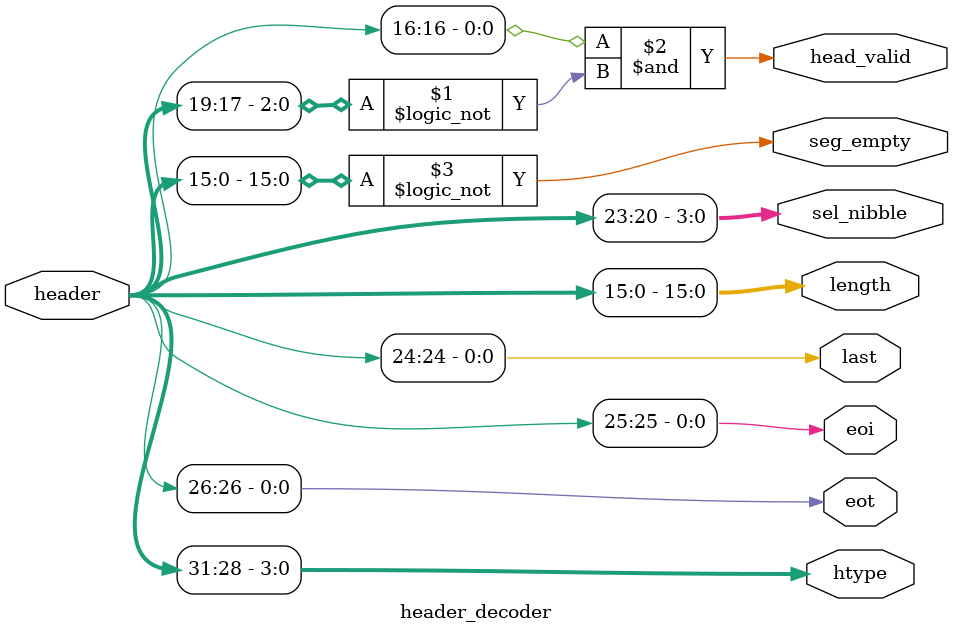
<source format=v>
/*
    Copyright 2020 UCLouvain

    Licensed under the Solderpad Hardware Licence, Version 2.0 (the "License");
    you may not use this file except in compliance with the License.
    You may obtain a copy of the License at

        https://solderpad.org/licenses/SHL-2.0/

    Unless required by applicable law or agreed to in writing, software
    distributed under the License is distributed on an "AS IS" BASIS,
    WITHOUT WARRANTIES OR CONDITIONS OF ANY KIND, either express or implied.
    See the License for the specific language governing permissions and
    limitations under the License.
*/
/*
    This module decodes a 32-bits command 
    considered as an header and outputs the 
    corresponding control signals.
*/
module header_decoder
(
    input [31:0] header,
    // Output
    // Infered header signals
    output head_valid,
    output seg_empty,
    // Real header decoded signals
    output [3:0] htype,
    output eot,
    output eoi,
    output last,
    output [15:0] length,
    output [3:0] sel_nibble
);

assign head_valid = header[16] & (header[19:17] == 3'b0);
assign length = header[15:0];
assign seg_empty = (length == 16'b0);
assign last = header[24];
assign eoi = header[25];
assign eot = header[26];
assign htype = header[31:28];
assign sel_nibble = header[23:20];



endmodule

</source>
